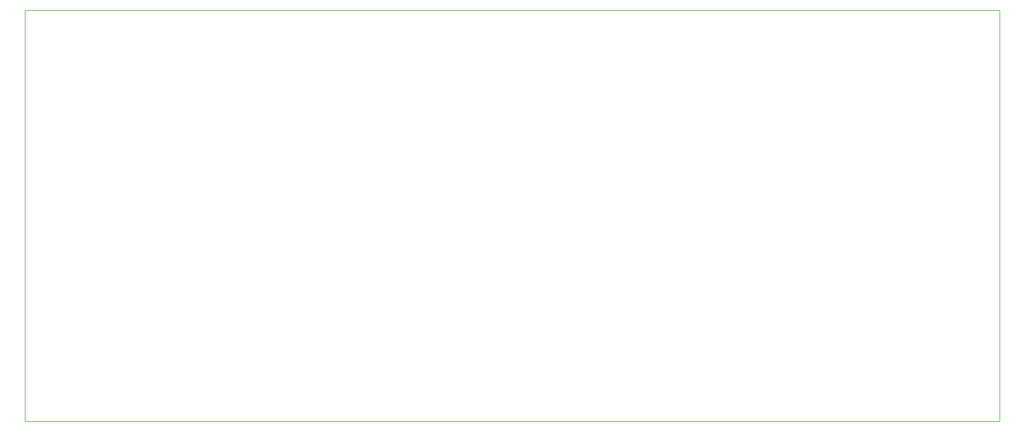
<source format=gbr>
%TF.GenerationSoftware,KiCad,Pcbnew,(6.0.9)*%
%TF.CreationDate,2022-11-10T01:17:40-05:00*%
%TF.ProjectId,5GHzPhaseShifter,3547487a-5068-4617-9365-536869667465,rev?*%
%TF.SameCoordinates,Original*%
%TF.FileFunction,Profile,NP*%
%FSLAX46Y46*%
G04 Gerber Fmt 4.6, Leading zero omitted, Abs format (unit mm)*
G04 Created by KiCad (PCBNEW (6.0.9)) date 2022-11-10 01:17:40*
%MOMM*%
%LPD*%
G01*
G04 APERTURE LIST*
%TA.AperFunction,Profile*%
%ADD10C,0.100000*%
%TD*%
G04 APERTURE END LIST*
D10*
X63500000Y-151536400D02*
X215595200Y-151536400D01*
X215595200Y-151536400D02*
X215595200Y-87325200D01*
X215595200Y-87325200D02*
X63500000Y-87325200D01*
X63500000Y-87325200D02*
X63500000Y-151536400D01*
M02*

</source>
